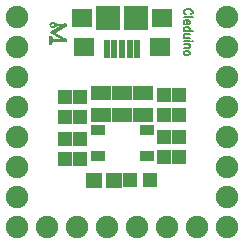
<source format=gts>
G04 DipTrace 2.4.0.2*
%INcleduino_V1_finial_TopMask.gbr*%
%MOIN*%
%ADD11C,0.006*%
%ADD12C,0.001*%
%ADD35R,0.0828X0.0828*%
%ADD37R,0.0651X0.0592*%
%ADD39R,0.071X0.0631*%
%ADD41R,0.0237X0.0611*%
%ADD51R,0.0493X0.0336*%
%ADD53C,0.0749*%
%ADD55R,0.0671X0.048*%
%ADD57R,0.0474X0.0513*%
%ADD59R,0.0513X0.0474*%
%FSLAX44Y44*%
G04*
G70*
G90*
G75*
G01*
%LNTopMask*%
%LPD*%
G36*
X8131Y6427D2*
Y5953D1*
X7618D1*
Y6427D1*
X8131D1*
G37*
G36*
X7462D2*
Y5953D1*
X6949D1*
Y6427D1*
X7462D1*
G37*
D55*
X8140Y9114D3*
Y8366D3*
D57*
X6240Y6906D3*
Y7575D3*
X10040Y6955D3*
Y7625D3*
X9540Y6955D3*
Y7625D3*
X6740Y6906D3*
Y7575D3*
D55*
X7440Y9114D3*
Y8366D3*
D53*
X10640Y4641D3*
X9640D3*
X8640D3*
X7640D3*
X6640D3*
X5640D3*
X11640Y11641D3*
Y10641D3*
Y9641D3*
Y8641D3*
Y7641D3*
Y6641D3*
Y5641D3*
Y4641D3*
X4640Y4640D3*
Y5640D3*
Y6640D3*
Y7640D3*
Y8640D3*
Y9640D3*
Y10640D3*
Y11640D3*
D59*
X8405Y6190D3*
X9075D3*
D55*
X8840Y9115D3*
Y8367D3*
D57*
X6740Y8306D3*
Y8975D3*
X6240Y8305D3*
Y8975D3*
X10040Y8355D3*
Y9025D3*
X9540Y8355D3*
Y9025D3*
D51*
X7323Y7863D3*
X8957D3*
X7323Y7017D3*
X8957D3*
D41*
X8652Y10560D3*
X8396D3*
X8140D3*
X7884D3*
X7628D3*
D39*
X9400Y10649D3*
X6880D3*
D37*
X9488Y11613D3*
X6792D3*
D35*
X8612D3*
X7668D3*
X5840Y11480D2*
D12*
D3*
X5803Y11470D2*
X5860D1*
X5771Y11460D2*
X5871D1*
X5747Y11450D2*
X5881D1*
X5730Y11440D2*
X5885D1*
X6230D2*
X6240D1*
X5724Y11430D2*
X5800D1*
X5853D2*
X5883D1*
X5910D2*
X5940D1*
X6213D2*
X6254D1*
X5720Y11420D2*
X5760D1*
X5866D2*
X5880D1*
X5902D2*
X5950D1*
X6199D2*
X6265D1*
X5896Y11410D2*
X5960D1*
X6194D2*
X6274D1*
X5893Y11400D2*
X6277D1*
X5892Y11390D2*
X6279D1*
X5892Y11380D2*
X6279D1*
X5896Y11370D2*
X5958D1*
X6178D2*
X6279D1*
X5730Y11360D2*
X5750D1*
X5870D2*
X5880D1*
X5903D2*
X5955D1*
X6100D2*
X6170D1*
X6186D2*
X6274D1*
X5726Y11350D2*
X5786D1*
X5853D2*
X5883D1*
X5910D2*
X5950D1*
X6083D2*
X6177D1*
X6191D2*
X6258D1*
X5723Y11340D2*
X5823D1*
X5832D2*
X5885D1*
X6066D2*
X6188D1*
X6196D2*
X6232D1*
X5739Y11330D2*
X5882D1*
X6049D2*
X6200D1*
X5762Y11320D2*
X5873D1*
X6031D2*
X6210D1*
X5790Y11310D2*
X5862D1*
X6014D2*
X6198D1*
X5820Y11300D2*
X5850D1*
X5997D2*
X6184D1*
X5979Y11290D2*
X6168D1*
X5961Y11280D2*
X6151D1*
X5944Y11270D2*
X6134D1*
X5927Y11260D2*
X6117D1*
X5910Y11250D2*
X6100D1*
X5893Y11240D2*
X6083D1*
X5876Y11230D2*
X6066D1*
X5859Y11220D2*
X6049D1*
X5841Y11210D2*
X6031D1*
X5825Y11200D2*
X6014D1*
X5810Y11190D2*
X5997D1*
X5825Y11180D2*
X5979D1*
X5770Y11170D2*
X5810D1*
X5840D2*
X5961D1*
X5764Y11160D2*
X5944D1*
X5759Y11150D2*
X5832D1*
X5848D2*
X5926D1*
X5754Y11140D2*
X5835D1*
X5845D2*
X5906D1*
X5753Y11130D2*
X5850D1*
X5870D2*
X5884D1*
X5756Y11120D2*
X5865D1*
X5763Y11110D2*
X5882D1*
X5779Y11100D2*
X5899D1*
X5802Y11090D2*
X5916D1*
X5828Y11080D2*
X5934D1*
X5851Y11070D2*
X5952D1*
X5871Y11060D2*
X5970D1*
X5891Y11050D2*
X5989D1*
X5910Y11040D2*
X6006D1*
X5928Y11030D2*
X6023D1*
X5710Y11020D2*
X5760D1*
X5946D2*
X6042D1*
X5710Y11010D2*
X5760D1*
X5963D2*
X6060D1*
X5710Y11000D2*
X5760D1*
X5981D2*
X6079D1*
X5710Y10990D2*
X5760D1*
X5999D2*
X6096D1*
X5710Y10980D2*
X5760D1*
X6016D2*
X6113D1*
X5710Y10970D2*
X5790D1*
X6033D2*
X6131D1*
X5710Y10960D2*
X5790D1*
X6052D2*
X6151D1*
X5710Y10950D2*
X5790D1*
X6070D2*
X6176D1*
X5710Y10940D2*
X5790D1*
X6088D2*
X6206D1*
X5710Y10930D2*
X5790D1*
X6102D2*
X6235D1*
X5710Y10920D2*
X6100D1*
X6112D2*
X6256D1*
X5710Y10910D2*
X6120D1*
X6139D2*
X6271D1*
X5710Y10900D2*
X6133D1*
X6156D2*
X6276D1*
X5710Y10890D2*
X6145D1*
X6168D2*
X6278D1*
X5710Y10880D2*
X6154D1*
X6176D2*
X6279D1*
X5710Y10870D2*
X6161D1*
X6182D2*
X6279D1*
X5710Y10860D2*
X6166D1*
X6189D2*
X6274D1*
X5710Y10850D2*
X6170D1*
X6198D2*
X6265D1*
X5710Y10840D2*
X5790D1*
X6213D2*
X6254D1*
X5710Y10830D2*
X5790D1*
X6230D2*
X6240D1*
X5710Y10820D2*
X5790D1*
X5710Y10810D2*
X5790D1*
X5710Y10800D2*
X5790D1*
X5710Y10790D2*
X5760D1*
X5710Y10780D2*
X5760D1*
X5710Y10770D2*
X5760D1*
X5710Y10760D2*
X5760D1*
X5710Y10750D2*
X5760D1*
X5840Y11480D2*
X5803Y11470D1*
X5771Y11460D1*
X5747Y11450D1*
X5730Y11440D1*
X5724Y11430D1*
X5720Y11420D1*
X5860Y11470D2*
X5871Y11460D1*
X5881Y11450D1*
X5885Y11440D1*
X5883Y11430D1*
X5880Y11420D1*
X6230Y11440D2*
X6213Y11430D1*
X6199Y11420D1*
X6194Y11410D1*
X6190Y11400D1*
X6240Y11440D2*
X6254Y11430D1*
X6265Y11420D1*
X6274Y11410D1*
X6277Y11400D1*
X6279Y11390D1*
Y11380D1*
Y11370D1*
X6274Y11360D1*
X6258Y11350D1*
X6232Y11340D1*
X6200Y11330D1*
X6210Y11320D1*
X6198Y11310D1*
X6184Y11300D1*
X6168Y11290D1*
X6151Y11280D1*
X6134Y11270D1*
X6117Y11260D1*
X6100Y11250D1*
X6083Y11240D1*
X6066Y11230D1*
X6049Y11220D1*
X6031Y11210D1*
X6014Y11200D1*
X5997Y11190D1*
X5979Y11180D1*
X5961Y11170D1*
X5944Y11160D1*
X5926Y11150D1*
X5906Y11140D1*
X5884Y11130D1*
X5860Y11120D1*
X5880Y11110D1*
X5898Y11100D1*
X5916Y11090D1*
X5933Y11080D1*
X5952Y11070D1*
X5970Y11060D1*
X5989Y11050D1*
X6006Y11040D1*
X6023Y11030D1*
X6042Y11020D1*
X6060Y11010D1*
X6079Y11000D1*
X6096Y10990D1*
X6113Y10980D1*
X6131Y10970D1*
X6151Y10960D1*
X6176Y10950D1*
X6206Y10940D1*
X6235Y10930D1*
X6256Y10920D1*
X6271Y10910D1*
X6276Y10900D1*
X6278Y10890D1*
X6279Y10880D1*
Y10870D1*
X6274Y10860D1*
X6265Y10850D1*
X6254Y10840D1*
X6240Y10830D1*
X5840Y11440D2*
X5800Y11430D1*
X5760Y11420D1*
X5840Y11440D2*
X5853Y11430D1*
X5866Y11420D1*
X5877Y11410D1*
X5885Y11400D1*
X5888Y11390D1*
X5891Y11380D1*
X5896Y11370D1*
X5902Y11360D1*
X5910Y11350D1*
Y11430D2*
X5902Y11420D1*
X5896Y11410D1*
X5893Y11400D1*
X5892Y11390D1*
Y11380D1*
X5896Y11370D1*
X5903Y11360D1*
X5910Y11350D1*
X5940Y11430D2*
X5950Y11420D1*
X5960Y11410D1*
X5970Y11400D1*
X5960Y11380D2*
X5958Y11370D1*
X5955Y11360D1*
X5950Y11350D1*
X6170Y11380D2*
X6178Y11370D1*
X6186Y11360D1*
X6191Y11350D1*
X6196Y11340D1*
X6200Y11330D1*
X5730Y11360D2*
X5726Y11350D1*
X5723Y11340D1*
X5739Y11330D1*
X5762Y11320D1*
X5790Y11310D1*
X5820Y11300D1*
X5750Y11360D2*
X5786Y11350D1*
X5823Y11340D1*
X5860Y11330D1*
X5870Y11360D2*
X5853Y11350D1*
X5832Y11340D1*
X5810Y11330D1*
X5880Y11360D2*
X5883Y11350D1*
X5885Y11340D1*
X5882Y11330D1*
X5873Y11320D1*
X5862Y11310D1*
X5850Y11300D1*
X6100Y11360D2*
X6083Y11350D1*
X6066Y11340D1*
X6049Y11330D1*
X6031Y11320D1*
X6014Y11310D1*
X5997Y11300D1*
X5979Y11290D1*
X5961Y11280D1*
X5944Y11270D1*
X5927Y11260D1*
X5910Y11250D1*
X5893Y11240D1*
X5876Y11230D1*
X5859Y11220D1*
X5841Y11210D1*
X5825Y11200D1*
X5810Y11190D1*
X5825Y11180D1*
X5840Y11170D1*
X5830Y11160D1*
X6170Y11360D2*
X6177Y11350D1*
X6188Y11340D1*
X6200Y11330D1*
X5770Y11170D2*
X5764Y11160D1*
X5759Y11150D1*
X5754Y11140D1*
X5753Y11130D1*
X5756Y11120D1*
X5763Y11110D1*
X5779Y11100D1*
X5802Y11090D1*
X5828Y11080D1*
X5851Y11070D1*
X5871Y11060D1*
X5891Y11050D1*
X5910Y11040D1*
X5928Y11030D1*
X5946Y11020D1*
X5963Y11010D1*
X5981Y11000D1*
X5999Y10990D1*
X6016Y10980D1*
X6033Y10970D1*
X6052Y10960D1*
X6070Y10950D1*
X6088Y10940D1*
X6102Y10930D1*
X6112Y10920D1*
X6120Y10910D1*
X5810Y11170D2*
X5830Y11160D2*
X5832Y11150D1*
X5835Y11140D1*
X5840Y11130D1*
X5850Y11160D2*
X5848Y11150D1*
X5845Y11140D1*
X5840Y11130D1*
X5850D2*
X5865Y11120D1*
X5882Y11110D1*
X5899Y11100D1*
X5916Y11090D1*
X5934Y11080D1*
X5952Y11070D1*
X5970Y11060D1*
X5989Y11050D1*
X6006Y11040D1*
X6023Y11030D1*
X6042Y11020D1*
X6060Y11010D1*
X6079Y11000D1*
X6096Y10990D1*
X6113Y10980D1*
X6131Y10970D1*
X6151Y10960D1*
X6176Y10950D1*
X6206Y10940D1*
X6235Y10930D1*
X6256Y10920D1*
X6271Y10910D1*
X6276Y10900D1*
X6278Y10890D1*
X6279Y10880D1*
Y10870D1*
X6274Y10860D1*
X6265Y10850D1*
X6254Y10840D1*
X6240Y10830D1*
X5860Y11140D2*
X5870Y11130D1*
X5710Y11020D2*
Y11010D1*
Y11000D1*
Y10990D1*
Y10980D1*
Y10970D1*
Y10960D1*
Y10950D1*
Y10940D1*
Y10930D1*
Y10920D1*
Y10910D1*
Y10900D1*
Y10890D1*
Y10880D1*
Y10870D1*
Y10860D1*
Y10850D1*
Y10840D1*
Y10830D1*
Y10820D1*
Y10810D1*
Y10800D1*
Y10790D1*
Y10780D1*
Y10770D1*
Y10760D1*
Y10750D1*
X5760Y11020D2*
Y11010D1*
Y11000D1*
Y10990D1*
Y10980D1*
Y10970D1*
X5790D1*
Y10960D1*
Y10950D1*
Y10940D1*
Y10930D1*
Y10920D1*
X6100D2*
X6110Y10910D1*
X6120D2*
X6133Y10900D1*
X6145Y10890D1*
X6154Y10880D1*
X6161Y10870D1*
X6166Y10860D1*
X6170Y10850D1*
X6120Y10920D2*
X6139Y10910D1*
X6156Y10900D1*
X6168Y10890D1*
X6176Y10880D1*
X6182Y10870D1*
X6189Y10860D1*
X6198Y10850D1*
X6213Y10840D1*
X6230Y10830D1*
X5790Y10850D2*
Y10840D1*
Y10830D1*
Y10820D1*
Y10810D1*
Y10800D1*
Y10790D1*
X5760D1*
Y10780D1*
Y10770D1*
Y10760D1*
Y10750D1*
X10425Y11727D2*
D11*
X10453Y11739D1*
X10482Y11762D1*
X10497Y11785D1*
Y11831D1*
X10482Y11854D1*
X10453Y11877D1*
X10425Y11888D1*
X10382Y11900D1*
X10310D1*
X10267Y11888D1*
X10238Y11877D1*
X10210Y11854D1*
X10195Y11831D1*
Y11785D1*
X10210Y11762D1*
X10238Y11739D1*
X10267Y11727D1*
X10497Y11631D2*
X10195D1*
X10310Y11535D2*
Y11398D1*
X10339D1*
X10368Y11409D1*
X10382Y11421D1*
X10396Y11444D1*
Y11478D1*
X10382Y11501D1*
X10353Y11524D1*
X10310Y11535D1*
X10281D1*
X10238Y11524D1*
X10210Y11501D1*
X10195Y11478D1*
Y11444D1*
X10210Y11421D1*
X10238Y11398D1*
X10497Y11164D2*
X10195D1*
X10353D2*
X10382Y11187D1*
X10396Y11210D1*
Y11244D1*
X10382Y11267D1*
X10353Y11290D1*
X10310Y11302D1*
X10281D1*
X10238Y11290D1*
X10210Y11267D1*
X10195Y11244D1*
Y11210D1*
X10210Y11187D1*
X10238Y11164D1*
X10396Y11068D2*
X10252D1*
X10210Y11057D1*
X10195Y11034D1*
Y10999D1*
X10210Y10976D1*
X10252Y10942D1*
X10396D2*
X10195D1*
X10497Y10846D2*
X10482Y10834D1*
X10497Y10823D1*
X10511Y10834D1*
X10497Y10846D1*
X10396Y10834D2*
X10195D1*
X10396Y10727D2*
X10195D1*
X10339D2*
X10382Y10692D1*
X10396Y10669D1*
Y10635D1*
X10382Y10612D1*
X10339Y10600D1*
X10195D1*
X10396Y10447D2*
X10382Y10470D1*
X10353Y10493D1*
X10310Y10504D1*
X10281D1*
X10238Y10493D1*
X10210Y10470D1*
X10195Y10447D1*
Y10413D1*
X10210Y10390D1*
X10238Y10367D1*
X10281Y10355D1*
X10310D1*
X10353Y10367D1*
X10382Y10390D1*
X10396Y10413D1*
Y10447D1*
M02*

</source>
